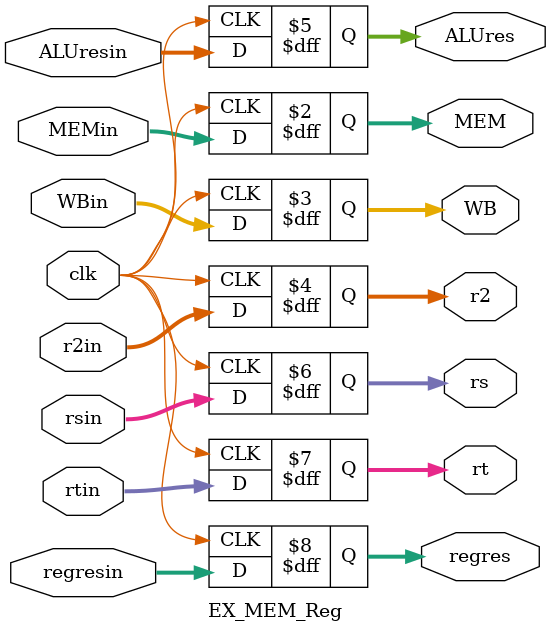
<source format=v>
module EX_MEM_Reg (r2in, rsin, rtin, MEMin, MEM, WBin, WB, r2, rs, rt, regresin, regres, ALUresin, ALUres, clk);
   input [1:0] MEMin, WBin; // contains MEMRead, MEMWrite // contains MemtoReg, RegWrite
   input [31:0] r2in, ALUresin;
   input [4:0]  rsin, rtin, regresin;
   input        clk;
   output reg [1:0] MEM, WB;
   output reg [31:0] r2, ALUres;
   output reg [4:0]  rs, rt, regres;

   always @ (posedge clk) begin
      MEM <= MEMin;
      WB <= WBin;
      r2 <= r2in;
      rs <= rsin;
      rt <= rtin;
      regres <= regresin;
      ALUres <= ALUresin;
   end
endmodule // EX_MEM_Reg

</source>
